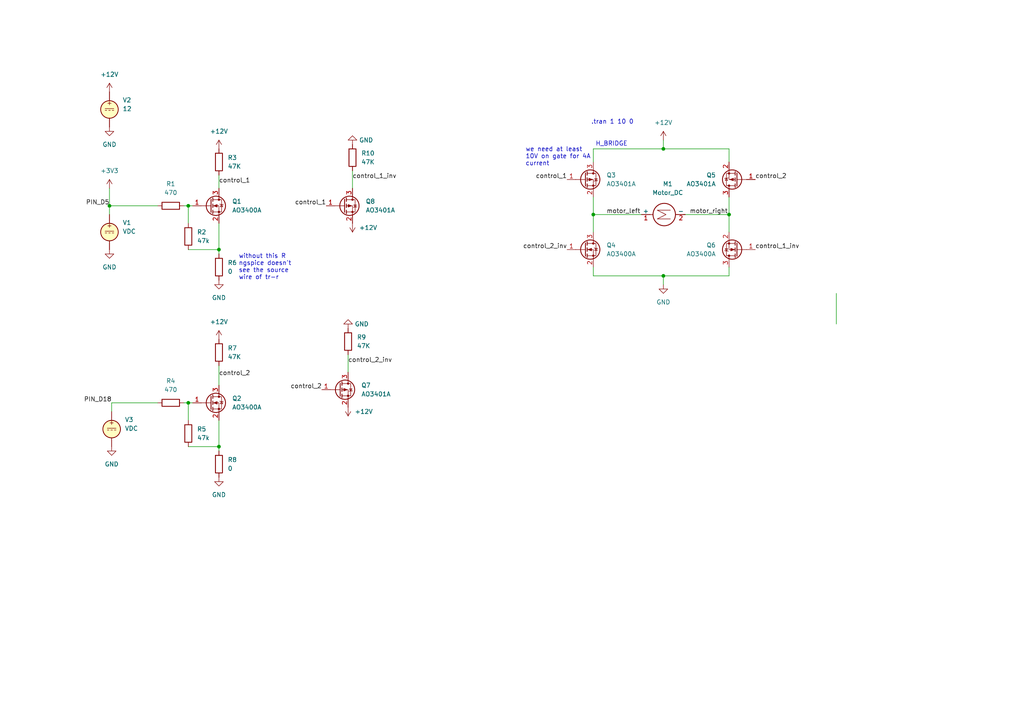
<source format=kicad_sch>
(kicad_sch (version 20211123) (generator eeschema)
  (paper "A4")
  (lib_symbols
    (symbol "Device:R" (pin_numbers hide) (pin_names (offset 0))
      (property "Reference" "R" (at 2.032 0 90))
      (property "Value" "R" (at 0 0 90))
      (symbol "R_0_1"
        (rectangle (start -1.016 -2.54) (end 1.016 2.54) (stroke (width 0.254)))
      )
      (symbol "R_1_1"
        (pin passive line (at 0 3.81 270) (length 1.27) (name "~") (number "1"))
        (pin passive line (at 0 -3.81 90) (length 1.27) (name "~") (number "2"))
      )
    )
    (symbol "Motor:Motor_DC" (pin_names (offset 0))
      (property "Reference" "M" (at 2.54 2.54 0))
      (property "Value" "Motor_DC" (at 2.54 -5.08 0))
      (symbol "Motor_DC_0_0"
        (polyline (pts (xy -1.27 -3.302) (xy -1.27 0.508) (xy 0 -2.032) (xy 1.27 0.508) (xy 1.27 -3.302)))
      )
      (symbol "Motor_DC_0_1"
        (circle (center 0 -1.524) (radius 3.2512) (stroke (width 0.254)))
        (polyline (pts (xy 0 -7.62) (xy 0 -7.112)))
        (polyline (pts (xy 0 -4.7752) (xy 0 -5.1816)))
        (polyline (pts (xy 0 1.7272) (xy 0 2.0828)))
        (polyline (pts (xy 0 2.032) (xy 0 2.54)))
      )
      (symbol "Motor_DC_1_1"
        (pin passive line (at 0 5.08 270) (length 2.54) (name "+") (number "1"))
        (pin passive line (at 0 -7.62 90) (length 2.54) (name "-") (number "2"))
      )
    )
    (symbol "Simulation_SPICE:VDC" (pin_numbers hide) (pin_names (offset 0.0254))
      (property "Reference" "V" (at 2.54 2.54 0))
      (property "Value" "VDC" (at 2.54 0 0))
      (property "Spice_Model" "dc(1)" (at 2.54 -2.54 0))
      (symbol "VDC_0_0"
        (polyline (pts (xy -1.27 0.254) (xy 1.27 0.254)))
        (polyline (pts (xy -0.762 -0.254) (xy -1.27 -0.254)))
        (polyline (pts (xy 0.254 -0.254) (xy -0.254 -0.254)))
        (polyline (pts (xy 1.27 -0.254) (xy 0.762 -0.254)))
        (text "+" (at 0 1.905 0) (effects (font (size 1.27 1.27))))
      )
      (symbol "VDC_0_1"
        (circle (center 0 0) (radius 2.54) (stroke (width 0.254)) (fill (type background)))
      )
      (symbol "VDC_1_1"
        (pin passive line (at 0 5.08 270) (length 2.54) (name "~") (number "1"))
        (pin passive line (at 0 -5.08 90) (length 2.54) (name "~") (number "2"))
      )
    )
    (symbol "Transistor_FET:AO3400A" (pin_names hide)
      (property "Reference" "Q" (at 5.08 1.905 0))
      (property "Value" "AO3400A" (at 5.08 0 0))
      (symbol "AO3400A_0_1"
        (polyline (pts (xy 0.254 0) (xy -2.54 0)))
        (polyline (pts (xy 0.254 1.905) (xy 0.254 -1.905)) (stroke (width 0.254)))
        (polyline (pts (xy 0.762 -1.27) (xy 0.762 -2.286)) (stroke (width 0.254)))
        (polyline (pts (xy 0.762 0.508) (xy 0.762 -0.508)) (stroke (width 0.254)))
        (polyline (pts (xy 0.762 2.286) (xy 0.762 1.27)) (stroke (width 0.254)))
        (polyline (pts (xy 2.54 2.54) (xy 2.54 1.778)))
        (polyline (pts (xy 2.54 -2.54) (xy 2.54 0) (xy 0.762 0)))
        (polyline (pts (xy 0.762 -1.778) (xy 3.302 -1.778) (xy 3.302 1.778) (xy 0.762 1.778)))
        (polyline (pts (xy 1.016 0) (xy 2.032 0.381) (xy 2.032 -0.381) (xy 1.016 0)) (fill (type outline)))
        (polyline (pts (xy 2.794 0.508) (xy 2.921 0.381) (xy 3.683 0.381) (xy 3.81 0.254)))
        (polyline (pts (xy 3.302 0.381) (xy 2.921 -0.254) (xy 3.683 -0.254) (xy 3.302 0.381)))
        (circle (center 1.651 0) (radius 2.794) (stroke (width 0.254)))
        (circle (center 2.54 -1.778) (radius 0.254) (fill (type outline)))
        (circle (center 2.54 1.778) (radius 0.254) (fill (type outline)))
      )
      (symbol "AO3400A_1_1"
        (pin input line (at -5.08 0 0) (length 2.54) (name "G") (number "1"))
        (pin passive line (at 2.54 -5.08 90) (length 2.54) (name "S") (number "2"))
        (pin passive line (at 2.54 5.08 270) (length 2.54) (name "D") (number "3"))
      )
    )
    (symbol "Transistor_FET:AO3401A" (pin_names hide)
      (property "Reference" "Q" (at 5.08 1.905 0))
      (property "Value" "AO3401A" (at 5.08 0 0))
      (symbol "AO3401A_0_1"
        (polyline (pts (xy 0.254 0) (xy -2.54 0)))
        (polyline (pts (xy 0.254 1.905) (xy 0.254 -1.905)) (stroke (width 0.254)))
        (polyline (pts (xy 0.762 -1.27) (xy 0.762 -2.286)) (stroke (width 0.254)))
        (polyline (pts (xy 0.762 0.508) (xy 0.762 -0.508)) (stroke (width 0.254)))
        (polyline (pts (xy 0.762 2.286) (xy 0.762 1.27)) (stroke (width 0.254)))
        (polyline (pts (xy 2.54 2.54) (xy 2.54 1.778)))
        (polyline (pts (xy 2.54 -2.54) (xy 2.54 0) (xy 0.762 0)))
        (polyline (pts (xy 0.762 1.778) (xy 3.302 1.778) (xy 3.302 -1.778) (xy 0.762 -1.778)))
        (polyline (pts (xy 2.286 0) (xy 1.27 0.381) (xy 1.27 -0.381) (xy 2.286 0)) (fill (type outline)))
        (polyline (pts (xy 2.794 -0.508) (xy 2.921 -0.381) (xy 3.683 -0.381) (xy 3.81 -0.254)))
        (polyline (pts (xy 3.302 -0.381) (xy 2.921 0.254) (xy 3.683 0.254) (xy 3.302 -0.381)))
        (circle (center 1.651 0) (radius 2.794) (stroke (width 0.254)))
        (circle (center 2.54 -1.778) (radius 0.254) (fill (type outline)))
        (circle (center 2.54 1.778) (radius 0.254) (fill (type outline)))
      )
      (symbol "AO3401A_1_1"
        (pin input line (at -5.08 0 0) (length 2.54) (name "G") (number "1"))
        (pin passive line (at 2.54 -5.08 90) (length 2.54) (name "S") (number "2"))
        (pin passive line (at 2.54 5.08 270) (length 2.54) (name "D") (number "3"))
      )
    )
    (symbol "power:+12V" (power) (pin_names (offset 0))
      (property "Value" "+12V" (at 0 3.556 0))
      (symbol "+12V_0_1"
        (polyline (pts (xy -0.762 1.27) (xy 0 2.54)))
        (polyline (pts (xy 0 0) (xy 0 2.54)))
        (polyline (pts (xy 0 2.54) (xy 0.762 1.27)))
      )
      (symbol "+12V_1_1"
        (pin power_in line (at 0 0 90) (length 0) hide (name "+12V") (number "1"))
      )
    )
    (symbol "power:+3V3" (power) (pin_names (offset 0))
      (property "Value" "+3V3" (at 0 3.556 0))
      (symbol "+3V3_0_1"
        (polyline (pts (xy -0.762 1.27) (xy 0 2.54)))
        (polyline (pts (xy 0 0) (xy 0 2.54)))
        (polyline (pts (xy 0 2.54) (xy 0.762 1.27)))
      )
      (symbol "+3V3_1_1"
        (pin power_in line (at 0 0 90) (length 0) hide (name "+3V3") (number "1"))
      )
    )
    (symbol "power:GND" (power) (pin_names (offset 0))
      (property "Value" "GND" (at 0 -3.81 0))
      (symbol "GND_0_1"
        (polyline (pts (xy 0 0) (xy 0 -1.27) (xy 1.27 -1.27) (xy 0 -2.54) (xy -1.27 -1.27) (xy 0 -1.27)))
      )
      (symbol "GND_1_1"
        (pin power_in line (at 0 0 270) (length 0) hide (name "GND") (number "1"))
      )
    )
  )
  (junction (at 192.405 80.01))
  (junction (at 31.75 59.69))
  (junction (at 63.5 129.54))
  (junction (at 172.085 62.23))
  (junction (at 54.61 116.84))
  (junction (at 54.61 59.69))
  (junction (at 211.455 62.23))
  (junction (at 192.405 43.18))
  (junction (at 63.5 72.39))
  (wire (pts (xy 53.34 59.69) (xy 54.61 59.69)))
  (wire (pts (xy 172.085 62.23) (xy 172.085 67.31)))
  (wire (pts (xy 54.61 121.92) (xy 54.61 116.84)))
  (wire (pts (xy 172.085 62.23) (xy 186.055 62.23)))
  (wire (pts (xy 192.405 80.01) (xy 192.405 82.55)))
  (wire (pts (xy 198.755 62.23) (xy 211.455 62.23)))
  (wire (pts (xy 45.72 59.69) (xy 31.75 59.69)))
  (wire (pts (xy 242.57 85.09) (xy 242.57 93.98)))
  (wire (pts (xy 172.085 43.18) (xy 192.405 43.18)))
  (wire (pts (xy 54.61 59.69) (xy 55.88 59.69)))
  (wire (pts (xy 31.75 59.69) (xy 31.75 62.23)))
  (wire (pts (xy 54.61 72.39) (xy 63.5 72.39)))
  (wire (pts (xy 63.5 129.54) (xy 63.5 130.81)))
  (wire (pts (xy 211.455 62.23) (xy 211.455 67.31)))
  (wire (pts (xy 54.61 129.54) (xy 63.5 129.54)))
  (wire (pts (xy 211.455 43.18) (xy 211.455 46.99)))
  (wire (pts (xy 100.965 102.87) (xy 100.965 107.95)))
  (wire (pts (xy 54.61 116.84) (xy 55.88 116.84)))
  (wire (pts (xy 172.085 57.15) (xy 172.085 62.23)))
  (wire (pts (xy 63.5 50.8) (xy 63.5 54.61)))
  (wire (pts (xy 32.385 116.84) (xy 32.385 119.38)))
  (wire (pts (xy 63.5 106.045) (xy 63.5 111.76)))
  (wire (pts (xy 63.5 121.92) (xy 63.5 129.54)))
  (wire (pts (xy 172.085 77.47) (xy 172.085 80.01)))
  (wire (pts (xy 192.405 80.01) (xy 211.455 80.01)))
  (wire (pts (xy 211.455 80.01) (xy 211.455 77.47)))
  (wire (pts (xy 32.385 116.84) (xy 45.72 116.84)))
  (wire (pts (xy 54.61 64.77) (xy 54.61 59.69)))
  (wire (pts (xy 63.5 64.77) (xy 63.5 72.39)))
  (wire (pts (xy 172.085 80.01) (xy 192.405 80.01)))
  (wire (pts (xy 192.405 43.18) (xy 211.455 43.18)))
  (wire (pts (xy 31.75 54.61) (xy 31.75 59.69)))
  (wire (pts (xy 63.5 72.39) (xy 63.5 73.66)))
  (wire (pts (xy 102.235 49.53) (xy 102.235 54.61)))
  (wire (pts (xy 192.405 40.64) (xy 192.405 43.18)))
  (wire (pts (xy 211.455 57.15) (xy 211.455 62.23)))
  (wire (pts (xy 53.34 116.84) (xy 54.61 116.84)))
  (wire (pts (xy 172.085 46.99) (xy 172.085 43.18)))
  (text "H_BRIDGE" (at 172.72 42.545 0) (effects (font (size 1.27 1.27)) (justify left bottom)))
  (text "without this R\nngspice doesn't\nsee the source\nwire of tr-r" (at 69.215 81.28 0) (effects (font (size 1.27 1.27)) (justify left bottom)))
  (text ".tran 1 10 0" (at 171.45 36.195 0) (effects (font (size 1.27 1.27)) (justify left bottom)))
  (text "we need at least\n10V on gate for 4A\ncurrent" (at 152.4 48.26 0) (effects (font (size 1.27 1.27)) (justify left bottom)))
  (label "motor_left" (at 175.895 62.23 0))
  (label "control_1" (at 63.5 53.34 0))
  (label "control_2" (at 219.075 52.07 0))
  (label "control_1_inv" (at 102.235 52.07 0))
  (label "control_2_inv" (at 164.465 72.39 180))
  (label "control_2" (at 93.345 113.03 180))
  (label "control_2" (at 63.5 109.22 0))
  (label "control_1" (at 94.615 59.69 180))
  (label "PIN_D18" (at 32.385 116.84 180))
  (label "motor_right" (at 200.025 62.23 0))
  (label "control_1" (at 164.465 52.07 180))
  (label "control_1_inv" (at 219.075 72.39 0))
  (label "control_2_inv" (at 100.965 105.41 0))
  (label "PIN_D5" (at 31.75 59.69 180))
  (symbol (lib_id "power:+12V") (at 100.965 118.11 180) (unit 1)
    (property "Reference" "#PWR013" (effects hide))
    (property "Value" "+12V" (at 102.87 119.3799 0) (effects (justify right)))
  )
  (symbol (lib_id "power:+12V") (at 31.75 26.67 0) (unit 1)
    (property "Reference" "#PWR06" (effects hide))
    (property "Value" "+12V" (at 31.75 21.59 0))
  )
  (symbol (lib_id "Transistor_FET:AO3400A") (at 60.96 59.69 0) (unit 1)
    (property "Reference" "Q1" (at 67.31 58.4199 0) (effects (justify left)))
    (property "Value" "AO3400A" (at 67.31 60.9599 0) (effects (justify left)))
    (property "Footprint" "Package_TO_SOT_SMD:SOT-23" (effects hide))
    (property "Datasheet" "http://www.aosmd.com/pdfs/datasheet/AO3400A.pdf" (effects hide))
    (property "Spice_Primitive" "X" (effects hide))
    (property "Spice_Model" "AO3400" (effects hide))
    (property "Spice_Netlist_Enabled" "Y" (effects hide))
    (property "Spice_Lib_File" "AO3400.mod" (effects hide))
    (property "Spice_Node_Sequence" "3 1 2" (effects hide))
  )
  (symbol (lib_id "Transistor_FET:AO3400A") (at 169.545 72.39 0) (unit 1)
    (property "Reference" "Q4" (at 175.895 71.1199 0) (effects (justify left)))
    (property "Value" "AO3400A" (at 175.895 73.6599 0) (effects (justify left)))
    (property "Footprint" "Package_TO_SOT_SMD:SOT-23" (effects hide))
    (property "Datasheet" "http://www.aosmd.com/pdfs/datasheet/AO3400A.pdf" (effects hide))
    (property "Spice_Primitive" "X" (effects hide))
    (property "Spice_Model" "AO3400" (effects hide))
    (property "Spice_Netlist_Enabled" "Y" (effects hide))
    (property "Spice_Lib_File" "AO3400.mod" (effects hide))
    (property "Spice_Node_Sequence" "3 1 2" (effects hide))
  )
  (symbol (lib_id "Transistor_FET:AO3401A") (at 99.695 59.69 0) (unit 1)
    (property "Reference" "Q8" (at 106.045 58.4199 0) (effects (justify left)))
    (property "Value" "AO3401A" (at 106.045 60.9599 0) (effects (justify left)))
    (property "Footprint" "Package_TO_SOT_SMD:SOT-23" (effects hide))
    (property "Datasheet" "http://www.aosmd.com/pdfs/datasheet/AO3401A.pdf" (effects hide))
    (property "Spice_Primitive" "X" (effects hide))
    (property "Spice_Model" "AO3401" (effects hide))
    (property "Spice_Netlist_Enabled" "Y" (effects hide))
    (property "Spice_Lib_File" "AO3401.mod" (effects hide))
    (property "Spice_Node_Sequence" "3 1 2" (effects hide))
  )
  (symbol (lib_id "Device:R") (at 63.5 46.99 0) (unit 1)
    (property "Reference" "R3" (at 66.04 45.7199 0) (effects (justify left)))
    (property "Value" "47K" (at 66.04 48.2599 0) (effects (justify left)))
  )
  (symbol (lib_id "Device:R") (at 100.965 99.06 0) (unit 1)
    (property "Reference" "R9" (at 103.505 97.7899 0) (effects (justify left)))
    (property "Value" "47K" (at 103.505 100.3299 0) (effects (justify left)))
  )
  (symbol (lib_id "Simulation_SPICE:VDC") (at 31.75 31.75 0) (unit 1)
    (property "Reference" "V2" (at 35.56 29.0201 0) (effects (justify left)))
    (property "Value" "VDC" (at 35.56 31.5601 0) (effects (justify left)))
    (property "Spice_Netlist_Enabled" "Y" (effects hide))
    (property "Spice_Primitive" "V" (effects hide))
    (property "Spice_Model" "dc 12" (at 35.56 34.1001 0) (effects (justify left)))
  )
  (symbol (lib_id "Device:R") (at 102.235 45.72 0) (unit 1)
    (property "Reference" "R10" (at 104.775 44.4499 0) (effects (justify left)))
    (property "Value" "47K" (at 104.775 46.9899 0) (effects (justify left)))
  )
  (symbol (lib_id "power:+12V") (at 63.5 98.425 0) (unit 1)
    (property "Reference" "#PWR08" (effects hide))
    (property "Value" "+12V" (at 63.5 93.345 0))
  )
  (symbol (lib_id "Transistor_FET:AO3401A") (at 169.545 52.07 0) (unit 1)
    (property "Reference" "Q3" (at 175.895 50.7999 0) (effects (justify left)))
    (property "Value" "AO3401A" (at 175.895 53.3399 0) (effects (justify left)))
    (property "Footprint" "Package_TO_SOT_SMD:SOT-23" (effects hide))
    (property "Datasheet" "http://www.aosmd.com/pdfs/datasheet/AO3401A.pdf" (effects hide))
    (property "Spice_Primitive" "X" (effects hide))
    (property "Spice_Model" "AO3401" (effects hide))
    (property "Spice_Netlist_Enabled" "Y" (effects hide))
    (property "Spice_Lib_File" "AO3401.mod" (effects hide))
    (property "Spice_Node_Sequence" "3 1 2" (effects hide))
  )
  (symbol (lib_id "Device:R") (at 63.5 134.62 0) (unit 1)
    (property "Reference" "R8" (at 66.04 133.3499 0) (effects (justify left)))
    (property "Value" "0" (at 66.04 135.8899 0) (effects (justify left)))
  )
  (symbol (lib_id "Transistor_FET:AO3401A") (at 98.425 113.03 0) (unit 1)
    (property "Reference" "Q7" (at 104.775 111.7599 0) (effects (justify left)))
    (property "Value" "AO3401A" (at 104.775 114.2999 0) (effects (justify left)))
    (property "Footprint" "Package_TO_SOT_SMD:SOT-23" (effects hide))
    (property "Datasheet" "http://www.aosmd.com/pdfs/datasheet/AO3401A.pdf" (effects hide))
    (property "Spice_Primitive" "X" (effects hide))
    (property "Spice_Model" "AO3401" (effects hide))
    (property "Spice_Netlist_Enabled" "Y" (effects hide))
    (property "Spice_Lib_File" "AO3401.mod" (effects hide))
    (property "Spice_Node_Sequence" "3 1 2" (effects hide))
  )
  (symbol (lib_id "Transistor_FET:AO3401A") (at 213.995 52.07 180) (unit 1)
    (property "Reference" "Q5" (at 207.645 50.7999 0) (effects (justify left)))
    (property "Value" "AO3401A" (at 207.645 53.3399 0) (effects (justify left)))
    (property "Footprint" "Package_TO_SOT_SMD:SOT-23" (effects hide))
    (property "Datasheet" "http://www.aosmd.com/pdfs/datasheet/AO3401A.pdf" (effects hide))
    (property "Spice_Primitive" "X" (effects hide))
    (property "Spice_Model" "AO3401" (effects hide))
    (property "Spice_Netlist_Enabled" "Y" (effects hide))
    (property "Spice_Lib_File" "AO3401.mod" (effects hide))
    (property "Spice_Node_Sequence" "3 1 2" (effects hide))
  )
  (symbol (lib_id "power:+12V") (at 63.5 43.18 0) (unit 1)
    (property "Reference" "#PWR01" (effects hide))
    (property "Value" "+12V" (at 63.5 38.1 0))
  )
  (symbol (lib_id "power:GND") (at 32.385 129.54 0) (unit 1)
    (property "Reference" "#PWR04" (effects hide))
    (property "Value" "GND" (at 32.385 134.62 0))
  )
  (symbol (lib_id "power:GND") (at 100.965 95.25 180) (unit 1)
    (property "Reference" "#PWR012" (effects hide))
    (property "Value" "GND" (at 102.87 93.9799 0) (effects (justify right)))
  )
  (symbol (lib_id "Device:R") (at 49.53 59.69 270) (unit 1)
    (property "Reference" "R1" (at 49.53 53.34 90))
    (property "Value" "470" (at 49.53 55.88 90))
  )
  (symbol (lib_id "Simulation_SPICE:VDC") (at 31.75 67.31 0) (unit 1)
    (property "Reference" "V1" (at 35.56 64.5801 0) (effects (justify left)))
    (property "Value" "VDC" (at 35.56 67.1201 0) (effects (justify left)))
    (property "Spice_Netlist_Enabled" "Y" (effects hide))
    (property "Spice_Primitive" "V" (effects hide))
    (property "Spice_Model" "dc 3.3 pulse(0 3.3 0 0 0 1 3)" (at 29.21 81.28 0) (effects (justify left)))
  )
  (symbol (lib_id "power:GND") (at 102.235 41.91 180) (unit 1)
    (property "Reference" "#PWR014" (effects hide))
    (property "Value" "GND" (at 104.14 40.6399 0) (effects (justify right)))
  )
  (symbol (lib_id "power:GND") (at 192.405 82.55 0) (unit 1)
    (property "Reference" "#PWR011" (effects hide))
    (property "Value" "GND" (at 192.405 87.63 0))
  )
  (symbol (lib_id "power:GND") (at 31.75 36.83 0) (unit 1)
    (property "Reference" "#PWR07" (effects hide))
    (property "Value" "GND" (at 31.75 41.91 0))
  )
  (symbol (lib_id "Transistor_FET:AO3400A") (at 213.995 72.39 180) (unit 1)
    (property "Reference" "Q6" (at 207.645 71.1199 0) (effects (justify left)))
    (property "Value" "AO3400A" (at 207.645 73.6599 0) (effects (justify left)))
    (property "Footprint" "Package_TO_SOT_SMD:SOT-23" (effects hide))
    (property "Datasheet" "http://www.aosmd.com/pdfs/datasheet/AO3400A.pdf" (effects hide))
    (property "Spice_Primitive" "X" (effects hide))
    (property "Spice_Model" "AO3400" (effects hide))
    (property "Spice_Netlist_Enabled" "Y" (effects hide))
    (property "Spice_Lib_File" "AO3400.mod" (effects hide))
    (property "Spice_Node_Sequence" "3 1 2" (effects hide))
  )
  (symbol (lib_id "Motor:Motor_DC") (at 191.135 62.23 90) (unit 1)
    (property "Reference" "M1" (at 193.675 53.34 90))
    (property "Value" "Motor_DC" (at 193.675 55.88 90))
    (property "Spice_Primitive" "X" (effects hide))
    (property "Spice_Model" "DC_MOTOR" (effects hide))
    (property "Spice_Netlist_Enabled" "Y" (effects hide))
    (property "Spice_Lib_File" "DC.mod" (effects hide))
  )
  (symbol (lib_id "Device:R") (at 54.61 68.58 0) (unit 1)
    (property "Reference" "R2" (at 57.15 67.3099 0) (effects (justify left)))
    (property "Value" "47k" (at 57.15 69.8499 0) (effects (justify left)))
  )
  (symbol (lib_id "power:+12V") (at 102.235 64.77 180) (unit 1)
    (property "Reference" "#PWR015" (effects hide))
    (property "Value" "+12V" (at 104.14 66.0399 0) (effects (justify right)))
  )
  (symbol (lib_id "power:GND") (at 63.5 81.28 0) (unit 1)
    (property "Reference" "#PWR03" (effects hide))
    (property "Value" "GND" (at 63.5 86.36 0))
  )
  (symbol (lib_id "power:+3V3") (at 31.75 54.61 0) (unit 1)
    (property "Reference" "#PWR02" (effects hide))
    (property "Value" "+3V3" (at 31.75 49.53 0))
  )
  (symbol (lib_id "Device:R") (at 49.53 116.84 270) (unit 1)
    (property "Reference" "R4" (at 49.53 110.49 90))
    (property "Value" "470" (at 49.53 113.03 90))
  )
  (symbol (lib_id "power:GND") (at 63.5 138.43 0) (unit 1)
    (property "Reference" "#PWR09" (effects hide))
    (property "Value" "GND" (at 63.5 143.51 0))
  )
  (symbol (lib_id "Device:R") (at 63.5 102.235 0) (unit 1)
    (property "Reference" "R7" (at 66.04 100.9649 0) (effects (justify left)))
    (property "Value" "47K" (at 66.04 103.5049 0) (effects (justify left)))
  )
  (symbol (lib_id "Device:R") (at 54.61 125.73 0) (unit 1)
    (property "Reference" "R5" (at 57.15 124.4599 0) (effects (justify left)))
    (property "Value" "47k" (at 57.15 126.9999 0) (effects (justify left)))
  )
  (symbol (lib_id "Simulation_SPICE:VDC") (at 32.385 124.46 0) (unit 1)
    (property "Reference" "V3" (at 36.195 121.7301 0) (effects (justify left)))
    (property "Value" "VDC" (at 36.195 124.2701 0) (effects (justify left)))
    (property "Spice_Netlist_Enabled" "Y" (effects hide))
    (property "Spice_Primitive" "V" (effects hide))
    (property "Spice_Model" "dc 0 pulse(0 0 6 0 0 2 0)" (at 29.845 138.43 0) (effects (justify left)))
  )
  (symbol (lib_id "power:GND") (at 31.75 72.39 0) (unit 1)
    (property "Reference" "#PWR05" (effects hide))
    (property "Value" "GND" (at 31.75 77.47 0))
  )
  (symbol (lib_id "Device:R") (at 63.5 77.47 0) (unit 1)
    (property "Reference" "R6" (at 66.04 76.1999 0) (effects (justify left)))
    (property "Value" "0" (at 66.04 78.7399 0) (effects (justify left)))
  )
  (symbol (lib_id "power:+12V") (at 192.405 40.64 0) (unit 1)
    (property "Reference" "#PWR010" (effects hide))
    (property "Value" "+12V" (at 192.405 35.56 0))
  )
  (symbol (lib_id "Transistor_FET:AO3400A") (at 60.96 116.84 0) (unit 1)
    (property "Reference" "Q2" (at 67.31 115.5699 0) (effects (justify left)))
    (property "Value" "AO3400A" (at 67.31 118.1099 0) (effects (justify left)))
    (property "Footprint" "Package_TO_SOT_SMD:SOT-23" (effects hide))
    (property "Datasheet" "http://www.aosmd.com/pdfs/datasheet/AO3400A.pdf" (effects hide))
    (property "Spice_Primitive" "X" (effects hide))
    (property "Spice_Model" "AO3400" (effects hide))
    (property "Spice_Netlist_Enabled" "Y" (effects hide))
    (property "Spice_Lib_File" "AO3400.mod" (effects hide))
    (property "Spice_Node_Sequence" "3 1 2" (effects hide))
  )
)
</source>
